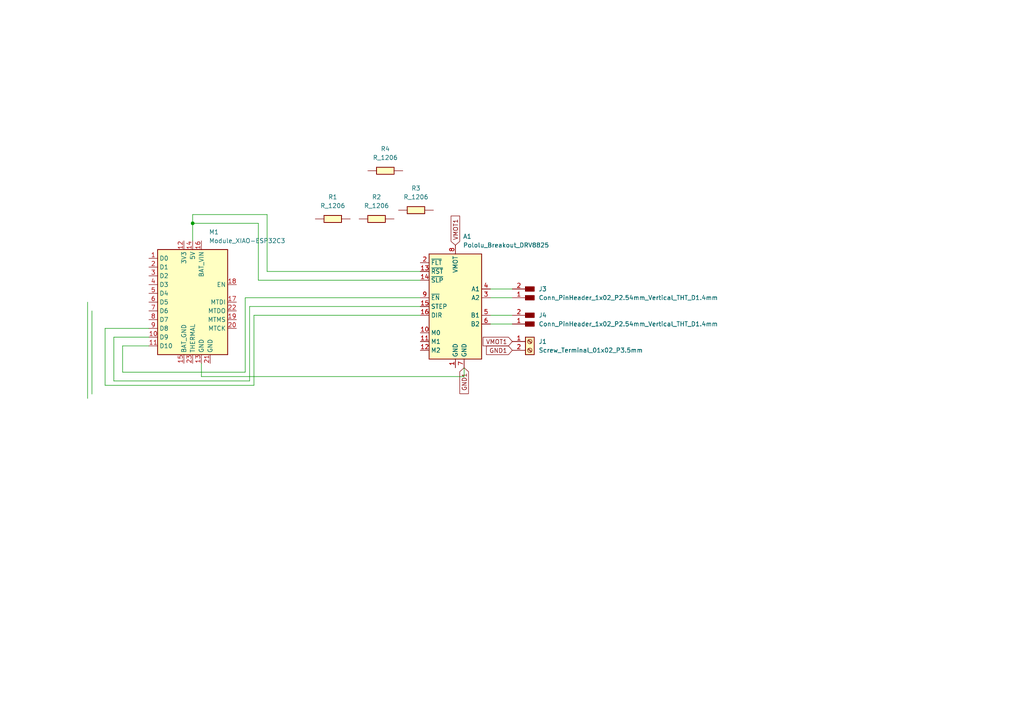
<source format=kicad_sch>
(kicad_sch (version 20231120) (generator "eeschema") (generator_version "8.0")
  (paper "A4")
  (lib_symbols
    (symbol "Driver_Motor:Pololu_Breakout_DRV8825"
      (property "Reference" "A" (at -2.54 16.51 0))
      (property "Value" "Pololu_Breakout_DRV8825" (at -2.54 13.97 0))
      (symbol "Pololu_Breakout_DRV8825_0_1"
        (rectangle (start 7.62 -17.78) (end -7.62 12.7) (stroke (width 0.254)) (fill (type background)))
      )
      (symbol "Pololu_Breakout_DRV8825_1_1"
        (pin power_in line (at 0 -20.32 90) (length 2.54) (name "GND") (number "1"))
        (pin input line (at -10.16 -10.16 0) (length 2.54) (name "M0") (number "10"))
        (pin input line (at -10.16 -12.7 0) (length 2.54) (name "M1") (number "11"))
        (pin input line (at -10.16 -15.24 0) (length 2.54) (name "M2") (number "12"))
        (pin input line (at -10.16 7.62 0) (length 2.54) (name "~{RST}") (number "13"))
        (pin input line (at -10.16 5.08 0) (length 2.54) (name "~{SLP}") (number "14"))
        (pin input line (at -10.16 -2.54 0) (length 2.54) (name "STEP") (number "15"))
        (pin input line (at -10.16 -5.08 0) (length 2.54) (name "DIR") (number "16"))
        (pin output line (at -10.16 10.16 0) (length 2.54) (name "~{FLT}") (number "2"))
        (pin output line (at 10.16 0 180) (length 2.54) (name "A2") (number "3"))
        (pin output line (at 10.16 2.54 180) (length 2.54) (name "A1") (number "4"))
        (pin output line (at 10.16 -5.08 180) (length 2.54) (name "B1") (number "5"))
        (pin output line (at 10.16 -7.62 180) (length 2.54) (name "B2") (number "6"))
        (pin power_in line (at 2.54 -20.32 90) (length 2.54) (name "GND") (number "7"))
        (pin power_in line (at 0 15.24 270) (length 2.54) (name "VMOT") (number "8"))
        (pin input line (at -10.16 0 0) (length 2.54) (name "~{EN}") (number "9"))
      )
    )
    (symbol "fab:Conn_PinHeader_1x02_P2.54mm_Vertical_THT_D1.4mm" (pin_names hide)
      (property "Reference" "J" (at 0 2.54 0))
      (property "Value" "Conn_PinHeader_1x02_P2.54mm_Vertical_THT_D1.4mm" (at 0 -5.08 0))
      (symbol "Conn_PinHeader_1x02_P2.54mm_Vertical_THT_D1.4mm_1_1"
        (rectangle (start -1.27 -1.905) (end 1.27 -3.175) (stroke (width 0.254)) (fill (type outline)))
        (rectangle (start -1.27 0.635) (end 1.27 -0.635) (stroke (width 0.254)) (fill (type outline)))
        (pin passive line (at 5.08 0 180) (length 3.81) (name "Pin_1") (number "1"))
        (pin passive line (at 5.08 -2.54 180) (length 3.81) (name "Pin_2") (number "2"))
      )
    )
    (symbol "fab:Module_XIAO-ESP32C3"
      (property "Reference" "M" (at -10.16 16.51 0))
      (property "Value" "Module_XIAO-ESP32C3" (at 3.81 16.51 0))
      (symbol "Module_XIAO-ESP32C3_1_1"
        (rectangle (start -10.16 15.24) (end 10.16 -15.24) (stroke (width 0.254)) (fill (type background)))
        (pin bidirectional line (at -12.7 12.7 0) (length 2.54) (name "D0") (number "1"))
        (pin bidirectional line (at -12.7 -10.16 0) (length 2.54) (name "D9") (number "10"))
        (pin bidirectional line (at -12.7 -12.7 0) (length 2.54) (name "D10") (number "11"))
        (pin power_in line (at -2.54 17.78 270) (length 2.54) (name "3V3") (number "12"))
        (pin power_in line (at 2.54 -17.78 90) (length 2.54) (name "GND") (number "13"))
        (pin power_in line (at 0 17.78 270) (length 2.54) (name "5V") (number "14"))
        (pin power_in line (at -2.54 -17.78 90) (length 2.54) (name "BAT_GND") (number "15"))
        (pin power_in line (at 2.54 17.78 270) (length 2.54) (name "BAT_VIN") (number "16"))
        (pin input line (at 12.7 0 180) (length 2.54) (name "MTDI") (number "17"))
        (pin input line (at 12.7 5.08 180) (length 2.54) (name "EN") (number "18"))
        (pin input line (at 12.7 -5.08 180) (length 2.54) (name "MTMS") (number "19"))
        (pin bidirectional line (at -12.7 10.16 0) (length 2.54) (name "D1") (number "2"))
        (pin input line (at 12.7 -7.62 180) (length 2.54) (name "MTCK") (number "20"))
        (pin power_in line (at 5.08 -17.78 90) (length 2.54) (name "GND") (number "21"))
        (pin output line (at 12.7 -2.54 180) (length 2.54) (name "MTDO") (number "22"))
        (pin power_in line (at 0 -17.78 90) (length 2.54) (name "THERMAL") (number "23"))
        (pin bidirectional line (at -12.7 7.62 0) (length 2.54) (name "D2") (number "3"))
        (pin bidirectional line (at -12.7 5.08 0) (length 2.54) (name "D3") (number "4"))
        (pin bidirectional line (at -12.7 2.54 0) (length 2.54) (name "D4") (number "5"))
        (pin bidirectional line (at -12.7 0 0) (length 2.54) (name "D5") (number "6"))
        (pin bidirectional line (at -12.7 -2.54 0) (length 2.54) (name "D6") (number "7"))
        (pin bidirectional line (at -12.7 -5.08 0) (length 2.54) (name "D7") (number "8"))
        (pin bidirectional line (at -12.7 -7.62 0) (length 2.54) (name "D8") (number "9"))
      )
    )
    (symbol "fab:R_1206" (pin_numbers hide) (pin_names (offset 0))
      (property "Reference" "R" (at 2.54 0 90))
      (property "Value" "R_1206" (at -2.54 0 90))
      (symbol "R_1206_0_1"
        (rectangle (start -1.016 -2.54) (end 1.016 2.54) (stroke (width 0.254)) (fill (type background)))
      )
      (symbol "R_1206_1_1"
        (pin passive line (at 0 5.08 270) (length 2.54) (name "~") (number "1"))
        (pin passive line (at 0 -5.08 90) (length 2.54) (name "~") (number "2"))
      )
    )
    (symbol "fab:Screw_Terminal_01x02_P3.5mm" (pin_names (offset 1.016) hide)
      (property "Reference" "J" (at 0 3.81 0))
      (property "Value" "Screw_Terminal_01x02_P3.5mm" (at 0 -3.81 0))
      (symbol "Screw_Terminal_01x02_P3.5mm_1_1"
        (rectangle (start -1.27 2.54) (end 1.27 -2.54) (stroke (width 0.254)) (fill (type background)))
        (circle (center 0 -1.27) (radius 0.635) (stroke (width 0.1524)))
        (polyline (pts (xy -0.5334 -0.9398) (xy 0.3302 -1.778)) (stroke (width 0.1524)))
        (polyline (pts (xy -0.5334 1.6002) (xy 0.3302 0.762)) (stroke (width 0.1524)))
        (polyline (pts (xy -0.3556 -0.762) (xy 0.508 -1.6002)) (stroke (width 0.1524)))
        (polyline (pts (xy -0.3556 1.778) (xy 0.508 0.9398)) (stroke (width 0.1524)))
        (circle (center 0 1.27) (radius 0.635) (stroke (width 0.1524)))
        (pin passive line (at -5.08 1.27 0) (length 3.81) (name "Pin_1") (number "1"))
        (pin passive line (at -5.08 -1.27 0) (length 3.81) (name "Pin_2") (number "2"))
      )
    )
  )
  (junction (at 55.88 64.77))
  (wire (pts (xy 134.62 106.68) (xy 134.62 109.22)))
  (wire (pts (xy 30.48 111.76) (xy 30.48 95.25)))
  (wire (pts (xy 142.24 91.44) (xy 148.59 91.44)))
  (wire (pts (xy 121.92 88.9) (xy 72.39 88.9)))
  (wire (pts (xy 25.4 115.57) (xy 25.4 87.63)))
  (wire (pts (xy 77.47 62.23) (xy 55.88 62.23)))
  (wire (pts (xy 35.56 107.95) (xy 35.56 100.33)))
  (wire (pts (xy 55.88 64.77) (xy 74.93 64.77)))
  (wire (pts (xy 73.66 91.44) (xy 73.66 111.76)))
  (wire (pts (xy 30.48 95.25) (xy 43.18 95.25)))
  (wire (pts (xy 55.88 64.77) (xy 55.88 69.85)))
  (wire (pts (xy 121.92 81.28) (xy 74.93 81.28)))
  (wire (pts (xy 58.42 109.22) (xy 134.62 109.22)))
  (wire (pts (xy 142.24 93.98) (xy 148.59 93.98)))
  (wire (pts (xy 74.93 81.28) (xy 74.93 64.77)))
  (wire (pts (xy 35.56 100.33) (xy 43.18 100.33)))
  (wire (pts (xy 77.47 78.74) (xy 77.47 62.23)))
  (wire (pts (xy 121.92 78.74) (xy 77.47 78.74)))
  (wire (pts (xy 121.92 86.36) (xy 71.12 86.36)))
  (wire (pts (xy 33.02 110.49) (xy 33.02 97.79)))
  (wire (pts (xy 71.12 107.95) (xy 35.56 107.95)))
  (wire (pts (xy 72.39 88.9) (xy 72.39 110.49)))
  (wire (pts (xy 72.39 110.49) (xy 33.02 110.49)))
  (wire (pts (xy 142.24 86.36) (xy 148.59 86.36)))
  (wire (pts (xy 73.66 111.76) (xy 30.48 111.76)))
  (wire (pts (xy 26.67 114.3) (xy 26.67 90.17)))
  (wire (pts (xy 142.24 83.82) (xy 148.59 83.82)))
  (wire (pts (xy 58.42 105.41) (xy 58.42 109.22)))
  (wire (pts (xy 71.12 86.36) (xy 71.12 107.95)))
  (wire (pts (xy 55.88 62.23) (xy 55.88 64.77)))
  (wire (pts (xy 121.92 91.44) (xy 73.66 91.44)))
  (wire (pts (xy 33.02 97.79) (xy 43.18 97.79)))
  (global_label "VMOT1" (shape input) (at 148.59 99.06 180) (property "Intersheetrefs" "${INTERSHEET_REFS}" (effects (hide yes))))
  (global_label "VMOT1" (shape input) (at 132.08 71.12 90) (property "Intersheetrefs" "${INTERSHEET_REFS}" (effects (hide yes))))
  (global_label "GND1" (shape input) (at 148.59 101.6 180) (property "Intersheetrefs" "${INTERSHEET_REFS}" (effects (hide yes))))
  (global_label "GND1" (shape input) (at 134.62 106.68 270) (property "Intersheetrefs" "${INTERSHEET_REFS}" (effects (hide yes))))
  (symbol (lib_id "fab:R_1206") (at 111.76 49.53 90) (unit 1)
    (property "Reference" "R4" (at 111.76 43.18 90))
    (property "Value" "R_1206" (at 111.76 45.72 90))
    (property "Footprint" "fab:R_1206" (effects (hide yes)))
    (property "Description" "Resistor" (effects (hide yes)))
  )
  (symbol (lib_id "fab:Conn_PinHeader_1x02_P2.54mm_Vertical_THT_D1.4mm") (at 153.67 86.36 180) (unit 1)
    (property "Reference" "J3" (at 156.21 83.8199 0) (effects (justify right)))
    (property "Value" "Conn_PinHeader_1x02_P2.54mm_Vertical_THT_D1.4mm" (at 156.21 86.3599 0) (effects (justify right)))
    (property "Footprint" "fab:PinHeader_1x02_P2.54mm_Vertical_THT_D1.4mm" (effects (hide yes)))
    (property "Description" "Male connector, single row" (effects (hide yes)))
  )
  (symbol (lib_id "fab:R_1206") (at 109.22 63.5 90) (unit 1)
    (property "Reference" "R2" (at 109.22 57.15 90))
    (property "Value" "R_1206" (at 109.22 59.69 90))
    (property "Footprint" "fab:R_1206" (effects (hide yes)))
    (property "Description" "Resistor" (effects (hide yes)))
  )
  (symbol (lib_id "fab:R_1206") (at 96.52 63.5 90) (unit 1)
    (property "Reference" "R1" (at 96.52 57.15 90))
    (property "Value" "R_1206" (at 96.52 59.69 90))
    (property "Footprint" "fab:R_1206" (effects (hide yes)))
    (property "Description" "Resistor" (effects (hide yes)))
  )
  (symbol (lib_id "fab:Screw_Terminal_01x02_P3.5mm") (at 153.67 100.33 0) (unit 1)
    (property "Reference" "J1" (at 156.21 99.0599 0) (effects (justify left)))
    (property "Value" "Screw_Terminal_01x02_P3.5mm" (at 156.21 101.5999 0) (effects (justify left)))
    (property "Footprint" "fab:TerminalBlock_OnShore_1x02_P3.50mm_Horizontal" (effects (hide yes)))
    (property "Datasheet" "www.on-shore.com/wp-content/uploads/ED555XDS.pdf" (effects (hide yes)))
    (property "Description" "TERM BLK 2POS SIDE ENT 3.5MM PCB" (effects (hide yes)))
  )
  (symbol (lib_id "fab:Conn_PinHeader_1x02_P2.54mm_Vertical_THT_D1.4mm") (at 153.67 93.98 180) (unit 1)
    (property "Reference" "J4" (at 156.21 91.4399 0) (effects (justify right)))
    (property "Value" "Conn_PinHeader_1x02_P2.54mm_Vertical_THT_D1.4mm" (at 156.21 93.9799 0) (effects (justify right)))
    (property "Footprint" "fab:PinHeader_1x02_P2.54mm_Vertical_THT_D1.4mm" (effects (hide yes)))
    (property "Description" "Male connector, single row" (effects (hide yes)))
  )
  (symbol (lib_id "Driver_Motor:Pololu_Breakout_DRV8825") (at 132.08 86.36 0) (unit 1)
    (property "Reference" "A1" (at 134.2741 68.58 0) (effects (justify left)))
    (property "Value" "Pololu_Breakout_DRV8825" (at 134.2741 71.12 0) (effects (justify left)))
    (property "Footprint" "Module:Pololu_Breakout-16_15.2x20.3mm" (effects (hide yes)))
    (property "Datasheet" "https://www.pololu.com/product/2982" (effects (hide yes)))
    (property "Description" "Pololu Breakout Board, Stepper Driver DRV8825" (effects (hide yes)))
  )
  (symbol (lib_id "fab:R_1206") (at 120.65 60.96 90) (unit 1)
    (property "Reference" "R3" (at 120.65 54.61 90))
    (property "Value" "R_1206" (at 120.65 57.15 90))
    (property "Footprint" "fab:R_1206" (effects (hide yes)))
    (property "Description" "Resistor" (effects (hide yes)))
  )
  (symbol (lib_id "fab:Module_XIAO-ESP32C3") (at 55.88 87.63 0) (unit 1)
    (property "Reference" "M1" (at 60.6141 67.31 0) (effects (justify left)))
    (property "Value" "Module_XIAO-ESP32C3" (at 60.6141 69.85 0) (effects (justify left)))
    (property "Footprint" "fab:SeeedStudio_XIAO_ESP32C3_flipped" (effects (hide yes)))
    (property "Datasheet" "https://wiki.seeedstudio.com/XIAO_ESP32C3_Getting_Started/" (effects (hide yes)))
    (property "Description" "ESP32-C3 Transceiver; 802.11 a/b/g/n (Wi-Fi, WiFi, WLAN), Bluetooth® Smart 4.x Low Energy (BLE) 2.4GHz Evaluation Board" (effects (hide yes)))
  )
)
</source>
